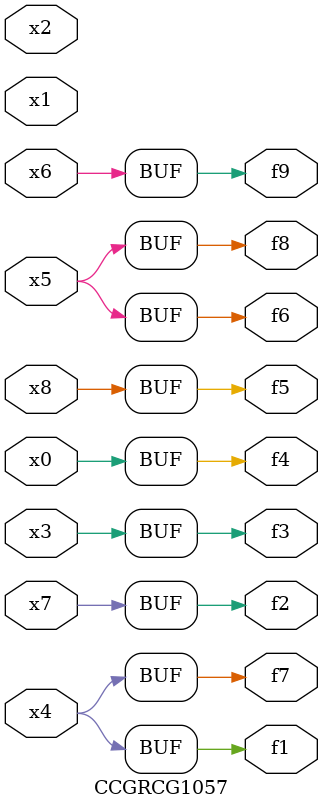
<source format=v>
module CCGRCG1057(
	input x0, x1, x2, x3, x4, x5, x6, x7, x8,
	output f1, f2, f3, f4, f5, f6, f7, f8, f9
);
	assign f1 = x4;
	assign f2 = x7;
	assign f3 = x3;
	assign f4 = x0;
	assign f5 = x8;
	assign f6 = x5;
	assign f7 = x4;
	assign f8 = x5;
	assign f9 = x6;
endmodule

</source>
